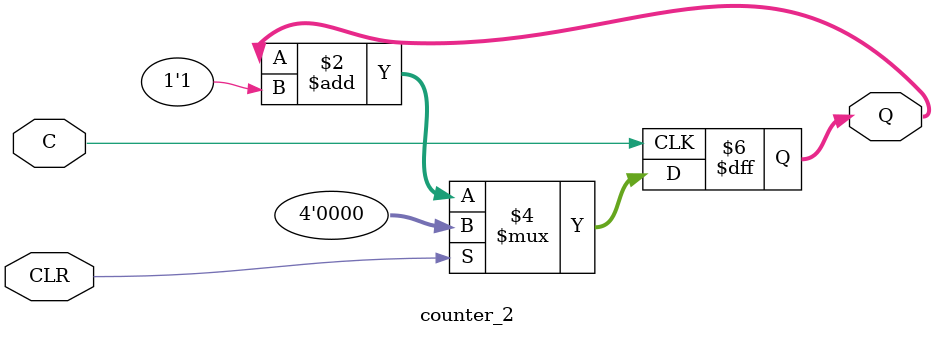
<source format=v>
`timescale 1ns / 1ps
module counter_2(input C, CLR, output reg [3:0] Q);
always @(posedge C)
begin
if (CLR)
Q <= 4'b0000;
else
Q <= Q + 1'b1;
end
endmodule

</source>
